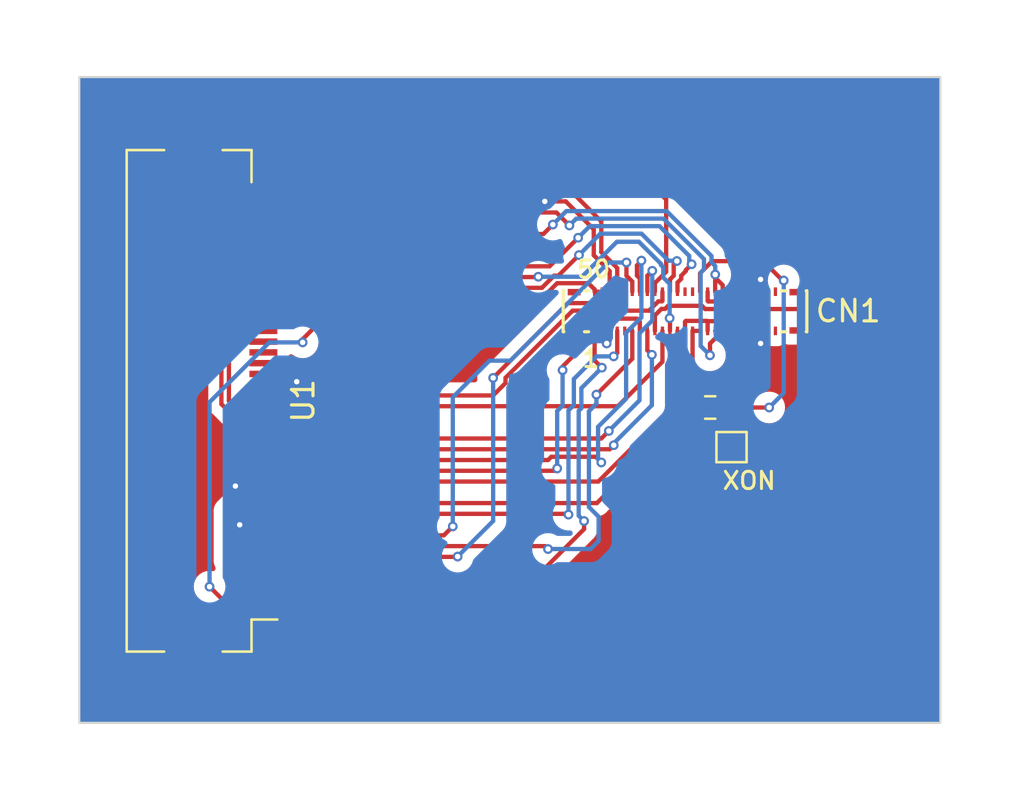
<source format=kicad_pcb>
(kicad_pcb (version 20221018) (generator pcbnew)
  (layers (0 "F.Cu" signal) (31 "B.Cu" signal) (34 "B.Paste" user) (35 "F.Paste" user) (36 "B.SilkS" user "B.Silkscreen") (37 "F.SilkS" user "F.Silkscreen") (38 "B.Mask" user) (39 "F.Mask" user) (44 "Edge.Cuts" user))
  (net 0 "")
  (net 1 "GND")
  (net 2 "/VGL")
  (net 3 "/VGH")
  (net 4 "VDD")
  (net 5 "/MODE")
  (net 6 "/CKV")
  (net 7 "/SPV")
  (net 8 "/VCOM")
  (net 9 "/XCL")
  (net 10 "/D0")
  (net 12 "/D1")
  (net 14 "/D2")
  (net 16 "/D3")
  (net 18 "/D4")
  (net 20 "/D5")
  (net 22 "/D6")
  (net 24 "/D7")
  (net 26 "/XSTL")
  (net 27 "/XLE")
  (net 28 "/XOE")
  (net 29 "/TEST")
  (net 30 "/VPOS")
  (net 31 "/VNEG")
  (net 32 "/BRD")
  (net 55 "Net-(CN1-Pad36)")
  (footprint "footprints:CONN-SMD_50P-P0.35_WP27D-S050VA3" (layer "F.Cu") (at 42.19 19.88)
    (fp_text reference "CN1" (at 7.58 -0.01) (layer "F.SilkS"))
    (fp_text value "WP27D-S050VA3-R15000")
    (fp_line (start -5.66 -0.95) (end -5.63 -0.95) (stroke (width 0.15)) (layer "F.SilkS"))
    (fp_line (start -5.66 0.95) (end -5.66 -0.95) (stroke (width 0.15)) (layer "F.SilkS"))
    (fp_line (start -5.63 0.95) (end -5.66 0.95) (stroke (width 0.15)) (layer "F.SilkS"))
    (fp_line (start -4.67 -0.95) (end -4.48 -0.95) (stroke (width 0.15)) (layer "F.SilkS"))
    (fp_line (start -4.48 0.95) (end -4.67 0.95) (stroke (width 0.15)) (layer "F.SilkS"))
    (fp_line (start 4.48 -0.95) (end 4.67 -0.95) (stroke (width 0.15)) (layer "F.SilkS"))
    (fp_line (start 4.67 0.95) (end 4.48 0.95) (stroke (width 0.15)) (layer "F.SilkS"))
    (fp_line (start 5.63 -0.95) (end 5.66 -0.95) (stroke (width 0.15)) (layer "F.SilkS"))
    (fp_line (start 5.66 -0.95) (end 5.66 0.95) (stroke (width 0.15)) (layer "F.SilkS"))
    (fp_line (start 5.66 0.95) (end 5.63 0.95) (stroke (width 0.15)) (layer "F.SilkS"))
    (pad "1" smd rect (at -4.2 0.91) (size 0.15 0.4) (layers "F.Cu" "F.Paste" "F.Mask") (net 3 "/VGH"))
    (pad "2" smd rect (at -3.85 0.91) (size 0.15 0.4) (layers "F.Cu" "F.Paste" "F.Mask") (net 3 "/VGH"))
    (pad "3" smd rect (at -3.5 0.91) (size 0.15 0.4) (layers "F.Cu" "F.Paste" "F.Mask") (net 1 "GND"))
    (pad "4" smd rect (at -3.15 0.91) (size 0.15 0.4) (layers "F.Cu" "F.Paste" "F.Mask") (net 8 "/VCOM"))
    (pad "5" smd rect (at -2.8 0.91) (size 0.15 0.4) (layers "F.Cu" "F.Paste" "F.Mask"))
    (pad "6" smd rect (at -2.45 0.91) (size 0.15 0.4) (layers "F.Cu" "F.Paste" "F.Mask") (net 6 "/CKV"))
    (pad "7" smd rect (at -2.1 0.91) (size 0.15 0.4) (layers "F.Cu" "F.Paste" "F.Mask") (net 10 "/D0"))
    (pad "8" smd rect (at -1.75 0.91) (size 0.15 0.4) (layers "F.Cu" "F.Paste" "F.Mask") (net 14 "/D2"))
    (pad "9" smd rect (at -1.4 0.91) (size 0.15 0.4) (layers "F.Cu" "F.Paste" "F.Mask") (net 18 "/D4"))
    (pad "10" smd rect (at -1.05 0.91) (size 0.15 0.4) (layers "F.Cu" "F.Paste" "F.Mask") (net 22 "/D6"))
    (pad "11" smd rect (at -0.7 0.91) (size 0.15 0.4) (layers "F.Cu" "F.Paste" "F.Mask") (net 27 "/XLE"))
    (pad "12" smd rect (at -0.35 0.91) (size 0.15 0.4) (layers "F.Cu" "F.Paste" "F.Mask") (net 9 "/XCL"))
    (pad "13" smd rect (at 0 0.91) (size 0.15 0.4) (layers "F.Cu" "F.Paste" "F.Mask") (net 1 "GND"))
    (pad "14" smd rect (at 0.35 0.91) (size 0.15 0.4) (layers "F.Cu" "F.Paste" "F.Mask") (net 4 "VDD"))
    (pad "15" smd rect (at 0.7 0.91) (size 0.15 0.4) (layers "F.Cu" "F.Paste" "F.Mask") (net 4 "VDD"))
    (pad "16" smd rect (at 1.05 0.91) (size 0.15 0.4) (layers "F.Cu" "F.Paste" "F.Mask") (net 1 "GND"))
    (pad "17" smd rect (at 1.4 0.91) (size 0.15 0.4) (layers "F.Cu" "F.Paste" "F.Mask") (net 31 "/VNEG"))
    (pad "18" smd rect (at 1.75 0.91) (size 0.15 0.4) (layers "F.Cu" "F.Paste" "F.Mask") (net 31 "/VNEG"))
    (pad "19" smd rect (at 2.1 0.91) (size 0.15 0.4) (layers "F.Cu" "F.Paste" "F.Mask") (net 1 "GND"))
    (pad "20" smd rect (at 2.45 0.91) (size 0.15 0.4) (layers "F.Cu" "F.Paste" "F.Mask"))
    (pad "21" smd rect (at 2.8 0.91) (size 0.15 0.4) (layers "F.Cu" "F.Paste" "F.Mask"))
    (pad "22" smd rect (at 3.15 0.91) (size 0.15 0.4) (layers "F.Cu" "F.Paste" "F.Mask"))
    (pad "23" smd rect (at 3.5 0.91) (size 0.15 0.4) (layers "F.Cu" "F.Paste" "F.Mask") (net 1 "GND"))
    (pad "24" smd rect (at 3.85 0.91) (size 0.15 0.4) (layers "F.Cu" "F.Paste" "F.Mask"))
    (pad "25" smd rect (at 4.2 0.91) (size 0.15 0.4) (layers "F.Cu" "F.Paste" "F.Mask"))
    (pad "26" smd rect (at 4.2 -0.91) (size 0.15 0.4) (layers "F.Cu" "F.Paste" "F.Mask"))
    (pad "27" smd rect (at 3.85 -0.91) (size 0.15 0.4) (layers "F.Cu" "F.Paste" "F.Mask"))
    (pad "28" smd rect (at 3.5 -0.91) (size 0.15 0.4) (layers "F.Cu" "F.Paste" "F.Mask") (net 1 "GND"))
    (pad "29" smd rect (at 3.15 -0.91) (size 0.15 0.4) (layers "F.Cu" "F.Paste" "F.Mask"))
    (pad "30" smd rect (at 2.8 -0.91) (size 0.15 0.4) (layers "F.Cu" "F.Paste" "F.Mask"))
    (pad "31" smd rect (at 2.45 -0.91) (size 0.15 0.4) (layers "F.Cu" "F.Paste" "F.Mask"))
    (pad "32" smd rect (at 2.1 -0.91) (size 0.15 0.4) (layers "F.Cu" "F.Paste" "F.Mask") (net 1 "GND"))
    (pad "33" smd rect (at 1.75 -0.91) (size 0.15 0.4) (layers "F.Cu" "F.Paste" "F.Mask") (net 30 "/VPOS"))
    (pad "34" smd rect (at 1.4 -0.91) (size 0.15 0.4) (layers "F.Cu" "F.Paste" "F.Mask") (net 30 "/VPOS"))
    (pad "35" smd rect (at 1.05 -0.91) (size 0.15 0.4) (layers "F.Cu" "F.Paste" "F.Mask") (net 1 "GND"))
    (pad "36" smd rect (at 0.7 -0.91) (size 0.15 0.4) (layers "F.Cu" "F.Paste" "F.Mask") (net 55 "Net-(CN1-Pad36)"))
    (pad "37" smd rect (at 0.35 -0.91) (size 0.15 0.4) (layers "F.Cu" "F.Paste" "F.Mask"))
    (pad "38" smd rect (at 0 -0.91) (size 0.15 0.4) (layers "F.Cu" "F.Paste" "F.Mask"))
    (pad "39" smd rect (at -0.35 -0.91) (size 0.15 0.4) (layers "F.Cu" "F.Paste" "F.Mask") (net 28 "/XOE"))
    (pad "40" smd rect (at -0.7 -0.91) (size 0.15 0.4) (layers "F.Cu" "F.Paste" "F.Mask") (net 26 "/XSTL"))
    (pad "41" smd rect (at -1.05 -0.91) (size 0.15 0.4) (layers "F.Cu" "F.Paste" "F.Mask") (net 24 "/D7"))
    (pad "42" smd rect (at -1.4 -0.91) (size 0.15 0.4) (layers "F.Cu" "F.Paste" "F.Mask") (net 20 "/D5"))
    (pad "43" smd rect (at -1.75 -0.91) (size 0.15 0.4) (layers "F.Cu" "F.Paste" "F.Mask") (net 16 "/D3"))
    (pad "44" smd rect (at -2.1 -0.91) (size 0.15 0.4) (layers "F.Cu" "F.Paste" "F.Mask") (net 12 "/D1"))
    (pad "45" smd rect (at -2.45 -0.91) (size 0.15 0.4) (layers "F.Cu" "F.Paste" "F.Mask") (net 7 "/SPV"))
    (pad "46" smd rect (at -2.8 -0.91) (size 0.15 0.4) (layers "F.Cu" "F.Paste" "F.Mask") (net 5 "/MODE"))
    (pad "47" smd rect (at -3.15 -0.91) (size 0.15 0.4) (layers "F.Cu" "F.Paste" "F.Mask") (net 32 "/BRD"))
    (pad "48" smd rect (at -3.5 -0.91) (size 0.15 0.4) (layers "F.Cu" "F.Paste" "F.Mask") (net 1 "GND"))
    (pad "49" smd rect (at -3.85 -0.91) (size 0.15 0.4) (layers "F.Cu" "F.Paste" "F.Mask") (net 2 "/VGL"))
    (pad "50" smd rect (at -4.2 -0.91) (size 0.15 0.4) (layers "F.Cu" "F.Paste" "F.Mask") (net 2 "/VGL"))
    (pad "51" smd rect (at 5.15 -0.89 90) (size 0.3 0.6) (layers "F.Cu" "F.Paste" "F.Mask"))
    (pad "52" smd rect (at 5.15 0.89 90) (size 0.3 0.6) (layers "F.Cu" "F.Paste" "F.Mask"))
    (pad "53" smd rect (at -5.15 0.89 90) (size 0.3 0.6) (layers "F.Cu" "F.Paste" "F.Mask"))
    (pad "54" smd rect (at -5.15 -0.89 90) (size 0.3 0.6) (layers "F.Cu" "F.Paste" "F.Mask"))
  )
  (footprint "Resistor_SMD:R_0603_1608Metric" (layer "F.Cu") (at 43.36 24.35 180)
    (fp_text reference "R1" hide)
    (fp_text value "10K")
    (fp_line (start -0.237258 -0.5225) (end 0.237258 -0.5225) (stroke (width 0.12)) (layer "F.SilkS"))
    (fp_line (start -0.237258 0.5225) (end 0.237258 0.5225) (stroke (width 0.12)) (layer "F.SilkS"))
    (pad "1" smd roundrect (at -0.825 0 180) (size 0.8 0.95) (layers "F.Cu" "F.Paste" "F.Mask") (net 55 "Net-(CN1-Pad36)"))
    (pad "2" smd roundrect (at 0.825 0 180) (size 0.8 0.95) (layers "F.Cu" "F.Paste" "F.Mask") (net 4 "VDD"))
  )
  (footprint "epaper-breakout:Hirose_FH12-40S-0.5SH_mirrored" (layer "F.Cu") (at 20.75 24.04 -90)
    (fp_text reference "U1" (at 0 -3.7 90) (layer "F.SilkS"))
    (fp_text value "ED078KH6")
    (fp_line (start -11.65 -1.3) (end -11.65 0.04) (stroke (width 0.12)) (layer "F.SilkS"))
    (fp_line (start -11.65 4.5) (end -11.65 2.76) (stroke (width 0.12)) (layer "F.SilkS"))
    (fp_line (start -10.16 -1.3) (end -11.65 -1.3) (stroke (width 0.12)) (layer "F.SilkS"))
    (fp_line (start 10.16 -1.3) (end 10.16 -2.5) (stroke (width 0.12)) (layer "F.SilkS"))
    (fp_line (start 10.16 -1.3) (end 11.65 -1.3) (stroke (width 0.12)) (layer "F.SilkS"))
    (fp_line (start 11.65 -1.3) (end 11.65 0.04) (stroke (width 0.12)) (layer "F.SilkS"))
    (fp_line (start 11.65 2.76) (end 11.65 4.5) (stroke (width 0.12)) (layer "F.SilkS"))
    (fp_line (start 11.65 4.5) (end -11.65 4.5) (stroke (width 0.12)) (layer "F.SilkS"))
    (pad "1" smd rect (at 9.75 -1.85 270) (size 0.3 1.3) (layers "F.Cu" "F.Paste" "F.Mask") (net 2 "/VGL"))
    (pad "2" smd rect (at 9.25 -1.85 270) (size 0.3 1.3) (layers "F.Cu" "F.Paste" "F.Mask"))
    (pad "3" smd rect (at 8.75 -1.85 270) (size 0.3 1.3) (layers "F.Cu" "F.Paste" "F.Mask") (net 3 "/VGH"))
    (pad "4" smd rect (at 8.25 -1.85 270) (size 0.3 1.3) (layers "F.Cu" "F.Paste" "F.Mask"))
    (pad "5" smd rect (at 7.75 -1.85 270) (size 0.3 1.3) (layers "F.Cu" "F.Paste" "F.Mask") (net 4 "VDD"))
    (pad "6" smd rect (at 7.25 -1.85 270) (size 0.3 1.3) (layers "F.Cu" "F.Paste" "F.Mask") (net 5 "/MODE"))
    (pad "7" smd rect (at 6.75 -1.85 270) (size 0.3 1.3) (layers "F.Cu" "F.Paste" "F.Mask") (net 6 "/CKV"))
    (pad "8" smd rect (at 6.25 -1.85 270) (size 0.3 1.3) (layers "F.Cu" "F.Paste" "F.Mask") (net 7 "/SPV"))
    (pad "9" smd rect (at 5.75 -1.85 270) (size 0.3 1.3) (layers "F.Cu" "F.Paste" "F.Mask") (net 1 "GND"))
    (pad "10" smd rect (at 5.25 -1.85 270) (size 0.3 1.3) (layers "F.Cu" "F.Paste" "F.Mask") (net 8 "/VCOM"))
    (pad "11" smd rect (at 4.75 -1.85 270) (size 0.3 1.3) (layers "F.Cu" "F.Paste" "F.Mask") (net 4 "VDD"))
    (pad "12" smd rect (at 4.25 -1.85 270) (size 0.3 1.3) (layers "F.Cu" "F.Paste" "F.Mask") (net 1 "GND"))
    (pad "13" smd rect (at 3.75 -1.85 270) (size 0.3 1.3) (layers "F.Cu" "F.Paste" "F.Mask") (net 9 "/XCL"))
    (pad "14" smd rect (at 3.25 -1.85 270) (size 0.3 1.3) (layers "F.Cu" "F.Paste" "F.Mask") (net 10 "/D0"))
    (pad "15" smd rect (at 2.75 -1.85 270) (size 0.3 1.3) (layers "F.Cu" "F.Paste" "F.Mask") (net 12 "/D1"))
    (pad "16" smd rect (at 2.25 -1.85 270) (size 0.3 1.3) (layers "F.Cu" "F.Paste" "F.Mask") (net 14 "/D2"))
    (pad "17" smd rect (at 1.75 -1.85 270) (size 0.3 1.3) (layers "F.Cu" "F.Paste" "F.Mask") (net 16 "/D3"))
    (pad "18" smd rect (at 1.25 -1.85 270) (size 0.3 1.3) (layers "F.Cu" "F.Paste" "F.Mask") (net 18 "/D4"))
    (pad "19" smd rect (at 0.75 -1.85 270) (size 0.3 1.3) (layers "F.Cu" "F.Paste" "F.Mask") (net 20 "/D5"))
    (pad "20" smd rect (at 0.25 -1.85 270) (size 0.3 1.3) (layers "F.Cu" "F.Paste" "F.Mask") (net 22 "/D6"))
    (pad "21" smd rect (at -0.25 -1.85 270) (size 0.3 1.3) (layers "F.Cu" "F.Paste" "F.Mask") (net 24 "/D7"))
    (pad "22" smd rect (at -0.75 -1.85 270) (size 0.3 1.3) (layers "F.Cu" "F.Paste" "F.Mask") (net 1 "GND"))
    (pad "23" smd rect (at -1.25 -1.85 270) (size 0.3 1.3) (layers "F.Cu" "F.Paste" "F.Mask"))
    (pad "24" smd rect (at -1.75 -1.85 270) (size 0.3 1.3) (layers "F.Cu" "F.Paste" "F.Mask"))
    (pad "25" smd rect (at -2.25 -1.85 270) (size 0.3 1.3) (layers "F.Cu" "F.Paste" "F.Mask"))
    (pad "26" smd rect (at -2.75 -1.85 270) (size 0.3 1.3) (layers "F.Cu" "F.Paste" "F.Mask"))
    (pad "27" smd rect (at -3.25 -1.85 270) (size 0.3 1.3) (layers "F.Cu" "F.Paste" "F.Mask"))
    (pad "28" smd rect (at -3.75 -1.85 270) (size 0.3 1.3) (layers "F.Cu" "F.Paste" "F.Mask"))
    (pad "29" smd rect (at -4.25 -1.85 270) (size 0.3 1.3) (layers "F.Cu" "F.Paste" "F.Mask"))
    (pad "30" smd rect (at -4.75 -1.85 270) (size 0.3 1.3) (layers "F.Cu" "F.Paste" "F.Mask"))
    (pad "31" smd rect (at -5.25 -1.85 270) (size 0.3 1.3) (layers "F.Cu" "F.Paste" "F.Mask") (net 26 "/XSTL"))
    (pad "32" smd rect (at -5.75 -1.85 270) (size 0.3 1.3) (layers "F.Cu" "F.Paste" "F.Mask") (net 27 "/XLE"))
    (pad "33" smd rect (at -6.25 -1.85 270) (size 0.3 1.3) (layers "F.Cu" "F.Paste" "F.Mask") (net 28 "/XOE"))
    (pad "34" smd rect (at -6.75 -1.85 270) (size 0.3 1.3) (layers "F.Cu" "F.Paste" "F.Mask") (net 29 "/TEST"))
    (pad "35" smd rect (at -7.25 -1.85 270) (size 0.3 1.3) (layers "F.Cu" "F.Paste" "F.Mask"))
    (pad "36" smd rect (at -7.75 -1.85 270) (size 0.3 1.3) (layers "F.Cu" "F.Paste" "F.Mask") (net 30 "/VPOS"))
    (pad "37" smd rect (at -8.25 -1.85 270) (size 0.3 1.3) (layers "F.Cu" "F.Paste" "F.Mask"))
    (pad "38" smd rect (at -8.75 -1.85 270) (size 0.3 1.3) (layers "F.Cu" "F.Paste" "F.Mask") (net 31 "/VNEG"))
    (pad "39" smd rect (at -9.25 -1.85 270) (size 0.3 1.3) (layers "F.Cu" "F.Paste" "F.Mask"))
    (pad "40" smd rect (at -9.75 -1.85 270) (size 0.3 1.3) (layers "F.Cu" "F.Paste" "F.Mask") (net 32 "/BRD"))
    (pad "MP" smd rect (at -11.65 1.4 270) (size 1.8 2.2) (layers "F.Cu" "F.Paste" "F.Mask"))
    (pad "MP" smd rect (at 11.65 1.4 270) (size 1.8 2.2) (layers "F.Cu" "F.Paste" "F.Mask"))
  )
  (footprint "TestPoint:TestPoint_Pad_1.0x1.0mm" (layer "F.Cu") (at 44.35 26.19)
    (fp_text reference "TP1" hide)
    (fp_text value "XON")
    (fp_line (start -0.7 -0.7) (end 0.7 -0.7) (stroke (width 0.12)) (layer "F.SilkS"))
    (fp_line (start -0.7 0.7) (end -0.7 -0.7) (stroke (width 0.12)) (layer "F.SilkS"))
    (fp_line (start 0.7 -0.7) (end 0.7 0.7) (stroke (width 0.12)) (layer "F.SilkS"))
    (fp_line (start 0.7 0.7) (end -0.7 0.7) (stroke (width 0.12)) (layer "F.SilkS"))
    (pad "1" smd rect (at 0 0) (size 1 1) (layers "F.Cu" "F.Mask") (net 55 "Net-(CN1-Pad36)"))
  )
  (gr_rect (start 14.05 9) (end 54.05 39) (stroke (width 0.1)) (fill none) (layer "Edge.Cuts"))
  (gr_text "50" (at 37.09 18.4) (layer "F.SilkS") (effects (font (size 0.8 0.8) (thickness 0.14) bold) (justify left bottom)))
  (gr_text "XON" (at 43.86 28.22) (layer "F.SilkS") (effects (font (size 0.8 0.8) (thickness 0.14) bold) (justify left bottom)))
  (gr_text "1" (at 37.34 22.55) (layer "F.SilkS") (effects (font (size 0.8 0.8) (thickness 0.14) bold) (justify left bottom)))
  (segment (start 36.65 14.775) (end 35.675 14.775) (width 0.2) (layer "F.Cu") (net 1))
  (segment (start 44.265 20.34) (end 44.29 20.365) (width 0.2) (layer "F.Cu") (net 1))
  (segment (start 21.51 29.79) (end 21.5 29.8) (width 0.2) (layer "F.Cu") (net 1))
  (segment (start 43.24 20.365) (end 43.2 20.325) (width 0.2) (layer "F.Cu") (net 1))
  (segment (start 43.24 19.395) (end 43.27 19.425) (width 0.2) (layer "F.Cu") (net 1))
  (segment (start 44.29 19.395) (end 44.29 18.97) (width 0.2) (layer "F.Cu") (net 1))
  (segment (start 22.6 28.29) (end 21.59 28.29) (width 0.2) (layer "F.Cu") (net 1))
  (segment (start 44.29 19.395) (end 44.315 19.42) (width 0.2) (layer "F.Cu") (net 1))
  (segment (start 42.23 20.325) (end 42.19 20.365) (width 0.2) (layer "F.Cu") (net 1))
  (segment (start 42.19 20.365) (end 42.19 20.79) (width 0.2) (layer "F.Cu") (net 1))
  (segment (start 38.69 18.97) (end 38.69 18.015) (width 0.2) (layer "F.Cu") (net 1))
  (segment (start 21.59 28.29) (end 21.3 28) (width 0.2) (layer "F.Cu") (net 1))
  (segment (start 45.625 20.3) (end 45.69 20.365) (width 0.2) (layer "F.Cu") (net 1))
  (segment (start 45.69 19.395) (end 45.69 18.97) (width 0.2) (layer "F.Cu") (net 1))
  (segment (start 22.6 29.79) (end 21.51 29.79) (width 0.2) (layer "F.Cu") (net 1))
  (segment (start 45.69 21.365) (end 45.7 21.375) (width 0.2) (layer "F.Cu") (net 1))
  (segment (start 45.69 20.79) (end 45.69 21.365) (width 0.2) (layer "F.Cu") (net 1))
  (segment (start 43.24 18.97) (end 43.24 19.395) (width 0.2) (layer "F.Cu") (net 1))
  (segment (start 45.69 20.365) (end 45.69 20.79) (width 0.2) (layer "F.Cu") (net 1))
  (segment (start 44.26 19.425) (end 44.29 19.395) (width 0.2) (layer "F.Cu") (net 1))
  (segment (start 24.01 23.29) (end 24.15 23.15) (width 0.2) (layer "F.Cu") (net 1))
  (segment (start 43.2 20.325) (end 42.23 20.325) (width 0.2) (layer "F.Cu") (net 1))
  (segment (start 37.95 16.075) (end 36.65 14.775) (width 0.2) (layer "F.Cu") (net 1))
  (segment (start 38.025 17.35) (end 37.95 17.275) (width 0.2) (layer "F.Cu") (net 1))
  (segment (start 43.24 20.365) (end 43.265 20.34) (width 0.2) (layer "F.Cu") (net 1))
  (segment (start 38.69 18.015) (end 38.025 17.35) (width 0.2) (layer "F.Cu") (net 1))
  (segment (start 44.29 20.365) (end 44.355 20.3) (width 0.2) (layer "F.Cu") (net 1))
  (segment (start 44.355 20.3) (end 45.625 20.3) (width 0.2) (layer "F.Cu") (net 1))
  (segment (start 43.27 19.425) (end 44.26 19.425) (width 0.2) (layer "F.Cu") (net 1))
  (segment (start 45.69 18.97) (end 45.69 18.41) (width 0.2) (layer "F.Cu") (net 1))
  (segment (start 38.69 20.79) (end 38.69 21.235) (width 0.2) (layer "F.Cu") (net 1))
  (segment (start 43.24 20.79) (end 43.24 20.365) (width 0.2) (layer "F.Cu") (net 1))
  (segment (start 44.315 19.42) (end 45.665 19.42) (width 0.2) (layer "F.Cu") (net 1))
  (segment (start 43.265 20.34) (end 44.265 20.34) (width 0.2) (layer "F.Cu") (net 1))
  (segment (start 22.6 23.29) (end 24.01 23.29) (width 0.2) (layer "F.Cu") (net 1))
  (segment (start 45.69 18.41) (end 45.7 18.4) (width 0.2) (layer "F.Cu") (net 1))
  (segment (start 44.29 20.365) (end 44.29 20.79) (width 0.2) (layer "F.Cu") (net 1))
  (segment (start 45.665 19.42) (end 45.69 19.395) (width 0.2) (layer "F.Cu") (net 1))
  (segment (start 38.69 21.235) (end 38.55 21.375) (width 0.2) (layer "F.Cu") (net 1))
  (segment (start 37.95 17.275) (end 37.95 16.075) (width 0.2) (layer "F.Cu") (net 1))
  (via (at 45.7 18.4) (size 0.45) (drill 0.25) (layers "F.Cu" "B.Cu") (net 1))
  (via (at 35.675 14.775) (size 0.45) (drill 0.25) (layers "F.Cu" "B.Cu") (net 1))
  (via (at 24.15 23.15) (size 0.45) (drill 0.25) (layers "F.Cu" "B.Cu") (net 1))
  (via (at 21.3 28) (size 0.45) (drill 0.25) (layers "F.Cu" "B.Cu") (net 1))
  (via (at 38.55 21.375) (size 0.45) (drill 0.25) (layers "F.Cu" "B.Cu") (net 1))
  (via (at 45.7 21.375) (size 0.45) (drill 0.25) (layers "F.Cu" "B.Cu") (net 1))
  (via (at 21.5 29.8) (size 0.45) (drill 0.25) (layers "F.Cu" "B.Cu") (net 1))
  (segment (start 37.99 18.865) (end 37.7 18.575) (width 0.2) (layer "F.Cu") (net 2))
  (segment (start 36.25 18.575) (end 35.425 19.4) (width 0.2) (layer "F.Cu") (net 2))
  (segment (start 26.2 19.4) (end 24.425 21.175) (width 0.2) (layer "F.Cu") (net 2))
  (segment (start 21.215 33.79) (end 22.6 33.79) (width 0.2) (layer "F.Cu") (net 2))
  (segment (start 35.425 19.4) (end 26.2 19.4) (width 0.2) (layer "F.Cu") (net 2))
  (segment (start 37.7 18.575) (end 36.25 18.575) (width 0.2) (layer "F.Cu") (net 2))
  (segment (start 20.1 32.675) (end 21.215 33.79) (width 0.2) (layer "F.Cu") (net 2))
  (segment (start 24.425 21.175) (end 24.425 21.325) (width 0.2) (layer "F.Cu") (net 2))
  (segment (start 37.99 18.97) (end 37.99 18.865) (width 0.2) (layer "F.Cu") (net 2))
  (segment (start 38.34 18.97) (end 37.99 18.97) (width 0.2) (layer "F.Cu") (net 2))
  (via (at 20.1 32.675) (size 0.45) (drill 0.25) (layers "F.Cu" "B.Cu") (net 2))
  (via (at 24.425 21.325) (size 0.45) (drill 0.25) (layers "F.Cu" "B.Cu") (net 2))
  (segment (start 20.1 24.1) (end 20.1 32.675) (width 0.2) (layer "B.Cu") (net 2))
  (segment (start 24.425 21.325) (end 22.875 21.325) (width 0.2) (layer "B.Cu") (net 2))
  (segment (start 22.875 21.325) (end 20.1 24.1) (width 0.2) (layer "B.Cu") (net 2))
  (segment (start 38.325 22.5) (end 37.99 22.165) (width 0.2) (layer "F.Cu") (net 3))
  (segment (start 37.99 22.165) (end 37.99 20.79) (width 0.2) (layer "F.Cu") (net 3))
  (segment (start 38.34 20.79) (end 37.99 20.79) (width 0.2) (layer "F.Cu") (net 3))
  (segment (start 22.6 32.79) (end 34.71 32.79) (width 0.2) (layer "F.Cu") (net 3))
  (segment (start 34.71 32.79) (end 37.5 30) (width 0.2) (layer "F.Cu") (net 3))
  (segment (start 38.325 20.805) (end 38.34 20.79) (width 0.2) (layer "F.Cu") (net 3))
  (segment (start 37.5 30) (end 37.5 29.625) (width 0.2) (layer "F.Cu") (net 3))
  (via (at 37.5 29.625) (size 0.45) (drill 0.25) (layers "F.Cu" "B.Cu") (net 3))
  (via (at 38.325 22.5) (size 0.45) (drill 0.25) (layers "F.Cu" "B.Cu") (net 3))
  (segment (start 37.375 23.45) (end 38.325 22.5) (width 0.2) (layer "B.Cu") (net 3))
  (segment (start 37.25 29.375) (end 37.25 24.505026) (width 0.2) (layer "B.Cu") (net 3))
  (segment (start 37.5 29.625) (end 37.25 29.375) (width 0.2) (layer "B.Cu") (net 3))
  (segment (start 37.375 24.380026) (end 37.375 23.45) (width 0.2) (layer "B.Cu") (net 3))
  (segment (start 37.25 24.505026) (end 37.375 24.380026) (width 0.2) (layer "B.Cu") (net 3))
  (segment (start 20.9 31.46) (end 21.23 31.79) (width 0.2) (layer "F.Cu") (net 4))
  (segment (start 22.6 28.79) (end 38.095 28.79) (width 0.2) (layer "F.Cu") (net 4))
  (segment (start 21.26 28.79) (end 20.9 29.15) (width 0.2) (layer "F.Cu") (net 4))
  (segment (start 21.23 31.79) (end 22.6 31.79) (width 0.2) (layer "F.Cu") (net 4))
  (segment (start 38.095 28.79) (end 42.535 24.35) (width 0.2) (layer "F.Cu") (net 4))
  (segment (start 42.89 20.79) (end 42.54 20.79) (width 0.2) (layer "F.Cu") (net 4))
  (segment (start 42.54 24.345) (end 42.535 24.35) (width 0.2) (layer "F.Cu") (net 4))
  (segment (start 42.54 20.79) (end 42.54 24.345) (width 0.2) (layer "F.Cu") (net 4))
  (segment (start 22.6 28.79) (end 21.26 28.79) (width 0.2) (layer "F.Cu") (net 4))
  (segment (start 20.9 29.15) (end 20.9 31.46) (width 0.2) (layer "F.Cu") (net 4))
  (segment (start 36.75 19.5) (end 33.275 22.975) (width 0.2) (layer "F.Cu") (net 5))
  (segment (start 39.285 19.5) (end 36.75 19.5) (width 0.2) (layer "F.Cu") (net 5))
  (segment (start 39.39 18.97) (end 39.39 19.395) (width 0.2) (layer "F.Cu") (net 5))
  (segment (start 31.61 31.29) (end 22.6 31.29) (width 0.2) (layer "F.Cu") (net 5))
  (segment (start 39.39 19.395) (end 39.285 19.5) (width 0.2) (layer "F.Cu") (net 5))
  (segment (start 31.625 31.275) (end 31.61 31.29) (width 0.2) (layer "F.Cu") (net 5))
  (via (at 31.625 31.275) (size 0.45) (drill 0.25) (layers "F.Cu" "B.Cu") (net 5))
  (via (at 33.275 22.975) (size 0.45) (drill 0.25) (layers "F.Cu" "B.Cu") (net 5))
  (segment (start 33.275 22.975) (end 33.275 29.625) (width 0.2) (layer "B.Cu") (net 5))
  (segment (start 33.275 29.625) (end 31.625 31.275) (width 0.2) (layer "B.Cu") (net 5))
  (segment (start 39.74 22.085) (end 38.075 23.75) (width 0.2) (layer "F.Cu") (net 6))
  (segment (start 39.74 20.79) (end 39.74 22.085) (width 0.2) (layer "F.Cu") (net 6))
  (segment (start 35.69 30.79) (end 35.825 30.925) (width 0.2) (layer "F.Cu") (net 6))
  (segment (start 22.6 30.79) (end 35.69 30.79) (width 0.2) (layer "F.Cu") (net 6))
  (via (at 38.075 23.75) (size 0.45) (drill 0.25) (layers "F.Cu" "B.Cu") (net 6))
  (via (at 35.825 30.925) (size 0.45) (drill 0.25) (layers "F.Cu" "B.Cu") (net 6))
  (segment (start 38.175 29.425) (end 38.175 30.4) (width 0.2) (layer "B.Cu") (net 6))
  (segment (start 38.175 30.45) (end 38.175 30.55) (width 0.2) (layer "B.Cu") (net 6))
  (segment (start 38.125 29.375) (end 38.175 29.425) (width 0.2) (layer "B.Cu") (net 6))
  (segment (start 37.8 30.925) (end 35.825 30.925) (width 0.2) (layer "B.Cu") (net 6))
  (segment (start 38.075 23.75) (end 38.075 24.175) (width 0.2) (layer "B.Cu") (net 6))
  (segment (start 38.175 30.4) (end 38.175 30.45) (width 0.2) (layer "B.Cu") (net 6))
  (segment (start 37.725 24.525) (end 37.725 28.975) (width 0.2) (layer "B.Cu") (net 6))
  (segment (start 37.725 28.975) (end 38.125 29.375) (width 0.2) (layer "B.Cu") (net 6))
  (segment (start 38.175 30.55) (end 37.8 30.925) (width 0.2) (layer "B.Cu") (net 6))
  (segment (start 38.075 24.175) (end 37.725 24.525) (width 0.2) (layer "B.Cu") (net 6))
  (segment (start 39.74 18.97) (end 39.74 18.499913) (width 0.2) (layer "F.Cu") (net 7))
  (segment (start 30.985 30.29) (end 31.4 29.875) (width 0.2) (layer "F.Cu") (net 7))
  (segment (start 39.468883 18.228796) (end 39.468883 17.612031) (width 0.2) (layer "F.Cu") (net 7))
  (segment (start 39.74 18.499913) (end 39.468883 18.228796) (width 0.2) (layer "F.Cu") (net 7))
  (segment (start 22.6 30.29) (end 30.985 30.29) (width 0.2) (layer "F.Cu") (net 7))
  (via (at 31.4 29.875) (size 0.45) (drill 0.25) (layers "F.Cu" "B.Cu") (net 7))
  (via (at 39.468883 17.612031) (size 0.45) (drill 0.25) (layers "F.Cu" "B.Cu") (net 7))
  (segment (start 31.4 29.875) (end 31.4 23.875) (width 0.2) (layer "B.Cu") (net 7))
  (segment (start 31.4 23.875) (end 33.1 22.175) (width 0.2) (layer "B.Cu") (net 7))
  (segment (start 33.1 22.175) (end 34.075 22.175) (width 0.2) (layer "B.Cu") (net 7))
  (segment (start 34.075 22.175) (end 38.637969 17.612031) (width 0.2) (layer "B.Cu") (net 7))
  (segment (start 38.637969 17.612031) (end 39.468883 17.612031) (width 0.2) (layer "B.Cu") (net 7))
  (segment (start 38.875 21.975) (end 39.04 21.81) (width 0.2) (layer "F.Cu") (net 8))
  (segment (start 22.6 29.29) (end 36.74 29.29) (width 0.2) (layer "F.Cu") (net 8))
  (segment (start 39.04 21.81) (end 39.04 20.79) (width 0.2) (layer "F.Cu") (net 8))
  (segment (start 36.74 29.29) (end 36.775 29.325) (width 0.2) (layer "F.Cu") (net 8))
  (via (at 36.775 29.325) (size 0.45) (drill 0.25) (layers "F.Cu" "B.Cu") (net 8))
  (via (at 38.875 21.975) (size 0.45) (drill 0.25) (layers "F.Cu" "B.Cu") (net 8))
  (segment (start 38.075 21.975) (end 38.875 21.975) (width 0.2) (layer "B.Cu") (net 8))
  (segment (start 36.775 29.325) (end 36.775 24.485048) (width 0.2) (layer "B.Cu") (net 8))
  (segment (start 36.775 24.485048) (end 37.025 24.235048) (width 0.2) (layer "B.Cu") (net 8))
  (segment (start 37.025 24.235048) (end 37.025 23.025) (width 0.2) (layer "B.Cu") (net 8))
  (segment (start 37.025 23.025) (end 38.075 21.975) (width 0.2) (layer "B.Cu") (net 8))
  (segment (start 41.84 24.11) (end 38.16 27.79) (width 0.2) (layer "F.Cu") (net 9))
  (segment (start 41.84 20.79) (end 41.84 24.11) (width 0.2) (layer "F.Cu") (net 9))
  (segment (start 22.6 27.79) (end 38.16 27.79) (width 0.2) (layer "F.Cu") (net 9))
  (segment (start 40.09 20.365) (end 39.946303 20.221303) (width 0.2) (layer "F.Cu") (net 10))
  (segment (start 37.59 21.36) (end 36.501529 22.448471) (width 0.2) (layer "F.Cu") (net 10))
  (segment (start 37.783697 20.221303) (end 37.59 20.415) (width 0.2) (layer "F.Cu") (net 10))
  (segment (start 36.501529 22.448471) (end 36.501529 22.616302) (width 0.2) (layer "F.Cu") (net 10))
  (segment (start 22.6 27.29) (end 36.141547 27.29) (width 0.2) (layer "F.Cu") (net 10))
  (segment (start 36.141547 27.29) (end 36.25 27.181547) (width 0.2) (layer "F.Cu") (net 10))
  (segment (start 39.946303 20.221303) (end 37.783697 20.221303) (width 0.2) (layer "F.Cu") (net 10))
  (segment (start 37.59 20.415) (end 37.59 21.36) (width 0.2) (layer "F.Cu") (net 10))
  (segment (start 40.09 20.79) (end 40.09 20.365) (width 0.2) (layer "F.Cu") (net 10))
  (via (at 36.25 27.181547) (size 0.45) (drill 0.25) (layers "F.Cu" "B.Cu") (net 10))
  (via (at 36.501529 22.616302) (size 0.45) (drill 0.25) (layers "F.Cu" "B.Cu") (net 10))
  (segment (start 36.25 24.515075) (end 36.25 27.181547) (width 0.2) (layer "B.Cu") (net 10))
  (segment (start 36.501529 22.616302) (end 36.501529 24.263546) (width 0.2) (layer "B.Cu") (net 10))
  (segment (start 36.501529 24.263546) (end 36.25 24.515075) (width 0.2) (layer "B.Cu") (net 10))
  (segment (start 39.957322 17.745914) (end 40.163439 17.539797) (width 0.2) (layer "F.Cu") (net 12))
  (segment (start 39.957322 18.22226) (end 39.957322 17.745914) (width 0.2) (layer "F.Cu") (net 12))
  (segment (start 40.163439 17.539797) (end 40.163439 17.524875) (width 0.2) (layer "F.Cu") (net 12))
  (segment (start 40.09 18.354938) (end 39.957322 18.22226) (width 0.2) (layer "F.Cu") (net 12))
  (segment (start 35.828374 26.79) (end 35.978374 26.64) (width 0.2) (layer "F.Cu") (net 12))
  (segment (start 38.037214 26.64) (end 38.3 26.902786) (width 0.2) (layer "F.Cu") (net 12))
  (segment (start 35.978374 26.64) (end 38.037214 26.64) (width 0.2) (layer "F.Cu") (net 12))
  (segment (start 40.09 18.97) (end 40.09 18.354938) (width 0.2) (layer "F.Cu") (net 12))
  (segment (start 22.6 26.79) (end 35.828374 26.79) (width 0.2) (layer "F.Cu") (net 12))
  (via (at 40.163439 17.524875) (size 0.45) (drill 0.25) (layers "F.Cu" "B.Cu") (net 12))
  (via (at 38.3 26.902786) (size 0.45) (drill 0.25) (layers "F.Cu" "B.Cu") (net 12))
  (segment (start 38.15 25.244975) (end 39.453413 23.941562) (width 0.2) (layer "B.Cu") (net 12))
  (segment (start 38.15 26.752786) (end 38.15 25.244975) (width 0.2) (layer "B.Cu") (net 12))
  (segment (start 39.453413 23.941562) (end 39.453413 20.871587) (width 0.2) (layer "B.Cu") (net 12))
  (segment (start 38.3 26.902786) (end 38.15 26.752786) (width 0.2) (layer "B.Cu") (net 12))
  (segment (start 39.453413 20.871587) (end 40.163439 20.161561) (width 0.2) (layer "B.Cu") (net 12))
  (segment (start 40.163439 20.161561) (end 40.163439 17.524875) (width 0.2) (layer "B.Cu") (net 12))
  (segment (start 40.44 21.69) (end 40.65 21.9) (width 0.2) (layer "F.Cu") (net 14))
  (segment (start 40.44 20.79) (end 40.44 21.69) (width 0.2) (layer "F.Cu") (net 14))
  (segment (start 22.6 26.29) (end 38.689957 26.29) (width 0.2) (layer "F.Cu") (net 14))
  (segment (start 38.689957 26.29) (end 38.878194 26.101763) (width 0.2) (layer "F.Cu") (net 14))
  (via (at 40.65 21.9) (size 0.45) (drill 0.25) (layers "F.Cu" "B.Cu") (net 14))
  (via (at 38.878194 26.101763) (size 0.45) (drill 0.25) (layers "F.Cu" "B.Cu") (net 14))
  (segment (start 38.878194 26.101763) (end 38.878194 26.015) (width 0.2) (layer "B.Cu") (net 14))
  (segment (start 38.878194 26.015) (end 40.65 24.243194) (width 0.2) (layer "B.Cu") (net 14))
  (segment (start 40.65 24.243194) (end 40.65 21.9) (width 0.2) (layer "B.Cu") (net 14))
  (segment (start 38.3 25.79) (end 38.65 25.44) (width 0.2) (layer "F.Cu") (net 16))
  (segment (start 40.44 18.97) (end 40.44 18.226627) (width 0.2) (layer "F.Cu") (net 16))
  (segment (start 40.44 18.226627) (end 40.667769 17.998858) (width 0.2) (layer "F.Cu") (net 16))
  (segment (start 22.6 25.79) (end 38.3 25.79) (width 0.2) (layer "F.Cu") (net 16))
  (via (at 38.65 25.44) (size 0.45) (drill 0.25) (layers "F.Cu" "B.Cu") (net 16))
  (via (at 40.667769 17.998858) (size 0.45) (drill 0.25) (layers "F.Cu" "B.Cu") (net 16))
  (segment (start 40.667769 20.307231) (end 40.667769 17.998858) (width 0.2) (layer "B.Cu") (net 16))
  (segment (start 38.65 25.44) (end 40.075 24.015) (width 0.2) (layer "B.Cu") (net 16))
  (segment (start 40.075 20.9) (end 40.667769 20.307231) (width 0.2) (layer "B.Cu") (net 16))
  (segment (start 40.075 24.015) (end 40.075 20.9) (width 0.2) (layer "B.Cu") (net 16))
  (segment (start 47.505 19.775) (end 48.54 18.74) (width 0.2) (layer "F.Cu") (net 18))
  (segment (start 21.75 25.29) (end 22.6 25.29) (width 0.2) (layer "F.Cu") (net 18))
  (segment (start 40.79 20.071827) (end 41.091827 19.77) (width 0.2) (layer "F.Cu") (net 18))
  (segment (start 43.325 13.525) (end 21.205026 13.525) (width 0.2) (layer "F.Cu") (net 18))
  (segment (start 42.975025 19.625) (end 43.125026 19.775) (width 0.2) (layer "F.Cu") (net 18))
  (segment (start 21.205026 13.525) (end 20.65 14.080026) (width 0.2) (layer "F.Cu") (net 18))
  (segment (start 41.091827 19.77) (end 41.259975 19.77) (width 0.2) (layer "F.Cu") (net 18))
  (segment (start 20.65 14.080026) (end 20.65 24.19) (width 0.2) (layer "F.Cu") (net 18))
  (segment (start 43.125026 19.775) (end 47.505 19.775) (width 0.2) (layer "F.Cu") (net 18))
  (segment (start 41.404975 19.625) (end 42.975025 19.625) (width 0.2) (layer "F.Cu") (net 18))
  (segment (start 40.79 20.79) (end 40.79 20.071827) (width 0.2) (layer "F.Cu") (net 18))
  (segment (start 41.259975 19.77) (end 41.404975 19.625) (width 0.2) (layer "F.Cu") (net 18))
  (segment (start 48.54 18.74) (end 43.325 13.525) (width 0.2) (layer "F.Cu") (net 18))
  (segment (start 20.65 24.19) (end 21.75 25.29) (width 0.2) (layer "F.Cu") (net 18))
  (segment (start 21.335 13.89) (end 21 14.225) (width 0.2) (layer "F.Cu") (net 20))
  (segment (start 21 14.225) (end 21 24.04) (width 0.2) (layer "F.Cu") (net 20))
  (segment (start 40.79 18.57) (end 41.313439 18.046561) (width 0.2) (layer "F.Cu") (net 20))
  (segment (start 40.79 18.97) (end 40.79 18.57) (width 0.2) (layer "F.Cu") (net 20))
  (segment (start 41.313439 14.688439) (end 40.515 13.89) (width 0.2) (layer "F.Cu") (net 20))
  (segment (start 21.75 24.79) (end 22.6 24.79) (width 0.2) (layer "F.Cu") (net 20))
  (segment (start 40.515 13.89) (end 21.335 13.89) (width 0.2) (layer "F.Cu") (net 20))
  (segment (start 21 24.04) (end 21.75 24.79) (width 0.2) (layer "F.Cu") (net 20))
  (segment (start 41.313439 18.046561) (end 41.313439 14.688439) (width 0.2) (layer "F.Cu") (net 20))
  (segment (start 22.6 24.29) (end 39.073173 24.29) (width 0.2) (layer "F.Cu") (net 22))
  (segment (start 39.073173 24.29) (end 41.14 22.223173) (width 0.2) (layer "F.Cu") (net 22))
  (segment (start 41.14 22.223173) (end 41.14 20.79) (width 0.2) (layer "F.Cu") (net 22))
  (segment (start 33.273173 23.79) (end 33.85 23.213173) (width 0.2) (layer "F.Cu") (net 24))
  (segment (start 40.946853 19.42) (end 41.115 19.42) (width 0.2) (layer "F.Cu") (net 24))
  (segment (start 22.6 23.79) (end 33.273173 23.79) (width 0.2) (layer "F.Cu") (net 24))
  (segment (start 33.85 22.969974) (end 36.969974 19.85) (width 0.2) (layer "F.Cu") (net 24))
  (segment (start 41.14 19.395) (end 41.14 18.97) (width 0.2) (layer "F.Cu") (net 24))
  (segment (start 36.969974 19.85) (end 40.516853 19.85) (width 0.2) (layer "F.Cu") (net 24))
  (segment (start 41.115 19.42) (end 41.14 19.395) (width 0.2) (layer "F.Cu") (net 24))
  (segment (start 40.516853 19.85) (end 40.946853 19.42) (width 0.2) (layer "F.Cu") (net 24))
  (segment (start 33.85 23.213173) (end 33.85 22.969974) (width 0.2) (layer "F.Cu") (net 24))
  (segment (start 35.540026 18.79) (end 36.105025 18.225) (width 0.2) (layer "F.Cu") (net 26))
  (segment (start 41.49 18.97) (end 41.49 18.400025) (width 0.2) (layer "F.Cu") (net 26))
  (segment (start 36.105025 18.225) (end 36.305916 18.225) (width 0.2) (layer "F.Cu") (net 26))
  (segment (start 41.49 18.400025) (end 41.663439 18.226586) (width 0.2) (layer "F.Cu") (net 26))
  (segment (start 41.663439 17.692391) (end 41.811218 17.544612) (width 0.2) (layer "F.Cu") (net 26))
  (segment (start 22.6 18.79) (end 35.540026 18.79) (width 0.2) (layer "F.Cu") (net 26))
  (segment (start 41.663439 18.226586) (end 41.663439 17.692391) (width 0.2) (layer "F.Cu") (net 26))
  (segment (start 36.305916 18.225) (end 37.262355 17.268561) (width 0.2) (layer "F.Cu") (net 26))
  (via (at 37.262355 17.268561) (size 0.45) (drill 0.25) (layers "F.Cu" "B.Cu") (net 26))
  (via (at 41.811218 17.544612) (size 0.45) (drill 0.25) (layers "F.Cu" "B.Cu") (net 26))
  (segment (start 40.167575 16.275) (end 38.255916 16.275) (width 0.2) (layer "B.Cu") (net 26))
  (segment (start 41.425 17.532425) (end 40.167575 16.275) (width 0.2) (layer "B.Cu") (net 26))
  (segment (start 41.811218 17.544612) (end 41.799031 17.532425) (width 0.2) (layer "B.Cu") (net 26))
  (segment (start 38.255916 16.275) (end 37.262355 17.268561) (width 0.2) (layer "B.Cu") (net 26))
  (segment (start 41.799031 17.532425) (end 41.425 17.532425) (width 0.2) (layer "B.Cu") (net 26))
  (segment (start 35.36 18.29) (end 35.375 18.275) (width 0.2) (layer "F.Cu") (net 27))
  (segment (start 22.6 18.29) (end 35.36 18.29) (width 0.2) (layer "F.Cu") (net 27))
  (segment (start 41.475 20.2) (end 41.49 20.215) (width 0.2) (layer "F.Cu") (net 27))
  (segment (start 41.49 20.215) (end 41.49 20.79) (width 0.2) (layer "F.Cu") (net 27))
  (via (at 41.475 20.2) (size 0.45) (drill 0.25) (layers "F.Cu" "B.Cu") (net 27))
  (via (at 35.375 18.275) (size 0.45) (drill 0.25) (layers "F.Cu" "B.Cu") (net 27))
  (segment (start 40.047601 16.65) (end 41.075 17.677399) (width 0.2) (layer "B.Cu") (net 27))
  (segment (start 41.075 17.730611) (end 41.176823 17.832434) (width 0.2) (layer "B.Cu") (net 27))
  (segment (start 41.475 18.606957) (end 41.475 20.2) (width 0.2) (layer "B.Cu") (net 27))
  (segment (start 37.4 18.275) (end 39.025 16.65) (width 0.2) (layer "B.Cu") (net 27))
  (segment (start 41.176823 18.30878) (end 41.475 18.606957) (width 0.2) (layer "B.Cu") (net 27))
  (segment (start 35.375 18.275) (end 37.4 18.275) (width 0.2) (layer "B.Cu") (net 27))
  (segment (start 41.075 17.677399) (end 41.075 17.730611) (width 0.2) (layer "B.Cu") (net 27))
  (segment (start 39.025 16.65) (end 40.047601 16.65) (width 0.2) (layer "B.Cu") (net 27))
  (segment (start 41.176823 17.832434) (end 41.176823 18.30878) (width 0.2) (layer "B.Cu") (net 27))
  (segment (start 42.013439 18.371561) (end 42.013439 18.223835) (width 0.2) (layer "F.Cu") (net 28))
  (segment (start 41.84 18.97) (end 41.84 18.545) (width 0.2) (layer "F.Cu") (net 28))
  (segment (start 22.6 17.79) (end 35.897751 17.79) (width 0.2) (layer "F.Cu") (net 28))
  (segment (start 42.225 17.964026) (end 42.495114 17.693912) (width 0.2) (layer "F.Cu") (net 28))
  (segment (start 41.84 18.545) (end 42.013439 18.371561) (width 0.2) (layer "F.Cu") (net 28))
  (segment (start 35.897751 17.79) (end 37.225 16.462751) (width 0.2) (layer "F.Cu") (net 28))
  (segment (start 42.013439 18.223835) (end 42.225 18.012274) (width 0.2) (layer "F.Cu") (net 28))
  (segment (start 42.225 18.012274) (end 42.225 17.964026) (width 0.2) (layer "F.Cu") (net 28))
  (via (at 37.225 16.462751) (size 0.45) (drill 0.25) (layers "F.Cu" "B.Cu") (net 28))
  (via (at 42.495114 17.693912) (size 0.45) (drill 0.25) (layers "F.Cu" "B.Cu") (net 28))
  (segment (start 41.004779 15.925) (end 37.762751 15.925) (width 0.2) (layer "B.Cu") (net 28))
  (segment (start 42.386218 17.306439) (end 41.004779 15.925) (width 0.2) (layer "B.Cu") (net 28))
  (segment (start 42.386218 17.585016) (end 42.386218 17.306439) (width 0.2) (layer "B.Cu") (net 28))
  (segment (start 42.495114 17.693912) (end 42.386218 17.585016) (width 0.2) (layer "B.Cu") (net 28))
  (segment (start 37.762751 15.925) (end 37.225 16.462751) (width 0.2) (layer "B.Cu") (net 28))
  (segment (start 43.59 18.315) (end 43.592752 18.312248) (width 0.2) (layer "F.Cu") (net 30))
  (segment (start 35.61 16.29) (end 36.05 15.85) (width 0.2) (layer "F.Cu") (net 30))
  (segment (start 22.6 16.29) (end 35.61 16.29) (width 0.2) (layer "F.Cu") (net 30))
  (segment (start 43.59 18.315) (end 43.59 18.97) (width 0.2) (layer "F.Cu") (net 30))
  (segment (start 43.94 18.665) (end 43.59 18.315) (width 0.2) (layer "F.Cu") (net 30))
  (segment (start 43.94 18.97) (end 43.94 18.665) (width 0.2) (layer "F.Cu") (net 30))
  (segment (start 43.592752 18.312248) (end 43.592752 18.171825) (width 0.2) (layer "F.Cu") (net 30))
  (via (at 36.05 15.85) (size 0.45) (drill 0.25) (layers "F.Cu" "B.Cu") (net 30))
  (via (at 43.592752 18.171825) (size 0.45) (drill 0.25) (layers "F.Cu" "B.Cu") (net 30))
  (segment (start 36.675 15.225) (end 41.33435 15.225) (width 0.2) (layer "B.Cu") (net 30))
  (segment (start 36.05 15.85) (end 36.675 15.225) (width 0.2) (layer "B.Cu") (net 30))
  (segment (start 43.420114 17.310764) (end 43.420114 17.603007) (width 0.2) (layer "B.Cu") (net 30))
  (segment (start 41.33435 15.225) (end 43.420114 17.310764) (width 0.2) (layer "B.Cu") (net 30))
  (segment (start 43.592752 17.775645) (end 43.592752 18.171825) (width 0.2) (layer "B.Cu") (net 30))
  (segment (start 43.420114 17.603007) (end 43.592752 17.775645) (width 0.2) (layer "B.Cu") (net 30))
  (segment (start 43.94 20.79) (end 43.59 20.79) (width 0.2) (layer "F.Cu") (net 31))
  (segment (start 22.6 15.29) (end 36.214741 15.29) (width 0.2) (layer "F.Cu") (net 31))
  (segment (start 43.35 21.925) (end 43.35 21.38) (width 0.2) (layer "F.Cu") (net 31))
  (segment (start 36.214741 15.29) (end 36.817983 15.893242) (width 0.2) (layer "F.Cu") (net 31))
  (segment (start 43.35 21.38) (end 43.94 20.79) (width 0.2) (layer "F.Cu") (net 31))
  (via (at 43.35 21.925) (size 0.45) (drill 0.25) (layers "F.Cu" "B.Cu") (net 31))
  (via (at 36.817983 15.893242) (size 0.45) (drill 0.25) (layers "F.Cu" "B.Cu") (net 31))
  (segment (start 43.070114 17.455739) (end 41.189375 15.575) (width 0.2) (layer "B.Cu") (net 31))
  (segment (start 37.136225 15.575) (end 36.817983 15.893242) (width 0.2) (layer "B.Cu") (net 31))
  (segment (start 43.070114 17.932085) (end 43.070114 17.455739) (width 0.2) (layer "B.Cu") (net 31))
  (segment (start 41.189375 15.575) (end 37.136225 15.575) (width 0.2) (layer "B.Cu") (net 31))
  (segment (start 43.35 21.925) (end 42.915673 21.490673) (width 0.2) (layer "B.Cu") (net 31))
  (segment (start 42.915673 18.086526) (end 43.070114 17.932085) (width 0.2) (layer "B.Cu") (net 31))
  (segment (start 42.915673 21.490673) (end 42.915673 18.086526) (width 0.2) (layer "B.Cu") (net 31))
  (segment (start 38.3 15.705025) (end 36.884975 14.29) (width 0.2) (layer "F.Cu") (net 32))
  (segment (start 39.04 17.870026) (end 38.3 17.130026) (width 0.2) (layer "F.Cu") (net 32))
  (segment (start 38.3 17.130026) (end 38.3 15.705025) (width 0.2) (layer "F.Cu") (net 32))
  (segment (start 39.04 18.97) (end 39.04 17.870026) (width 0.2) (layer "F.Cu") (net 32))
  (segment (start 36.884975 14.29) (end 22.6 14.29) (width 0.2) (layer "F.Cu") (net 32))
  (segment (start 42.89 18.97) (end 42.89 18.112199) (width 0.2) (layer "F.Cu") (net 55))
  (segment (start 43.452199 17.55) (end 45.825 17.55) (width 0.2) (layer "F.Cu") (net 55))
  (segment (start 46.725 18.45) (end 46.775 18.45) (width 0.2) (layer "F.Cu") (net 55))
  (segment (start 46.1 24.35) (end 44.185 24.35) (width 0.2) (layer "F.Cu") (net 55))
  (segment (start 42.89 18.112199) (end 43.452199 17.55) (width 0.2) (layer "F.Cu") (net 55))
  (segment (start 45.825 17.55) (end 46.725 18.45) (width 0.2) (layer "F.Cu") (net 55))
  (segment (start 44.185 24.35) (end 44.185 26.025) (width 0.2) (layer "F.Cu") (net 55))
  (segment (start 44.185 26.025) (end 44.35 26.19) (width 0.2) (layer "F.Cu") (net 55))
  (via (at 46.1 24.35) (size 0.45) (drill 0.25) (layers "F.Cu" "B.Cu") (net 55))
  (via (at 46.775 18.45) (size 0.45) (drill 0.25) (layers "F.Cu" "B.Cu") (net 55))
  (segment (start 46.775 18.45) (end 46.775 23.675) (width 0.2) (layer "B.Cu") (net 55))
  (segment (start 46.775 23.675) (end 46.1 24.35) (width 0.2) (layer "B.Cu") (net 55))
  (zone (net 1) (net_name "GND") (layer "F.Cu") (connect_pads (clearance 0.508)) (min_thickness 0.254) (fill yes (thermal_gap 0.508) (thermal_bridge_width 0.508))
    (polygon (pts (xy 57.46432 42.617943) (xy 10.414117 42.817732) (xy 10.364117 5.867732) (xy 57.514117 5.817732)))
  )
  (zone (net 1) (net_name "GND") (layer "B.Cu") (connect_pads (clearance 0.508)) (min_thickness 0.254) (fill yes (thermal_gap 0.508) (thermal_bridge_width 0.508))
    (polygon (pts (xy 57.898949 42.217922) (xy 10.848746 42.417711) (xy 10.798746 5.467711) (xy 57.948746 5.417711)))
  )
)
</source>
